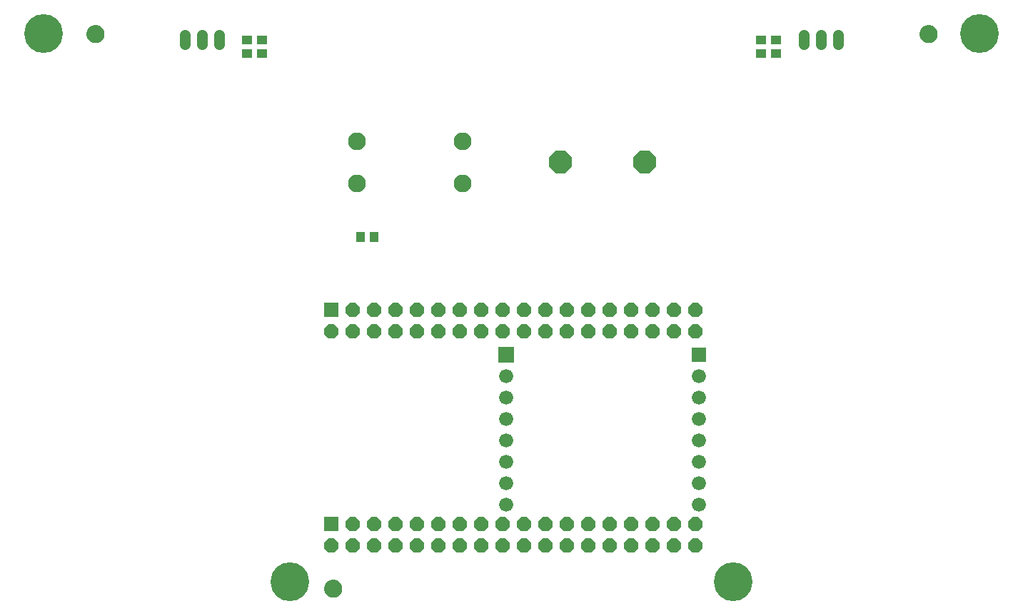
<source format=gbr>
G04 EAGLE Gerber RS-274X export*
G75*
%MOMM*%
%FSLAX34Y34*%
%LPD*%
%INSoldermask Top*%
%IPPOS*%
%AMOC8*
5,1,8,0,0,1.08239X$1,22.5*%
G01*
%ADD10R,1.183641X1.102359*%
%ADD11R,1.102359X1.183641*%
%ADD12C,2.112400*%
%ADD13P,2.914227X8X202.500000*%
%ADD14R,1.676400X1.676400*%
%ADD15P,1.814519X8X22.500000*%
%ADD16R,1.828800X1.828800*%
%ADD17C,1.676400*%
%ADD18C,4.597400*%
%ADD19C,0.609600*%
%ADD20C,1.168400*%
%ADD21C,1.272400*%


D10*
X294640Y662559D03*
X294640Y678561D03*
D11*
X411099Y444500D03*
X427101Y444500D03*
D10*
X276860Y662559D03*
X276860Y678561D03*
X886460Y662559D03*
X886460Y678561D03*
X904240Y662559D03*
X904240Y678561D03*
D12*
X532400Y558400D03*
X532400Y508400D03*
X407400Y508400D03*
X407400Y558400D03*
D13*
X748538Y533400D03*
X648462Y533400D03*
D14*
X376600Y358400D03*
D15*
X376600Y333000D03*
X402000Y358400D03*
X402000Y333000D03*
X427400Y358400D03*
X427400Y333000D03*
X452800Y358400D03*
X452800Y333000D03*
X478200Y358400D03*
X478200Y333000D03*
X503600Y358400D03*
X503600Y333000D03*
X529000Y358400D03*
X529000Y333000D03*
X554400Y358400D03*
X554400Y333000D03*
X579800Y358400D03*
X579800Y333000D03*
X605200Y358400D03*
X605200Y333000D03*
X630600Y358400D03*
X630600Y333000D03*
X656000Y358400D03*
X656000Y333000D03*
X681400Y358400D03*
X681400Y333000D03*
X706800Y358400D03*
X706800Y333000D03*
X732200Y358400D03*
X732200Y333000D03*
X757600Y358400D03*
X757600Y333000D03*
X783000Y358400D03*
X783000Y333000D03*
X808400Y358400D03*
X808400Y333000D03*
D14*
X376600Y104400D03*
D15*
X376600Y79000D03*
X402000Y104400D03*
X402000Y79000D03*
X427400Y104400D03*
X427400Y79000D03*
X452800Y104400D03*
X452800Y79000D03*
X478200Y104400D03*
X478200Y79000D03*
X503600Y104400D03*
X503600Y79000D03*
X529000Y104400D03*
X529000Y79000D03*
X554400Y104400D03*
X554400Y79000D03*
X579800Y104400D03*
X579800Y79000D03*
X605200Y104400D03*
X605200Y79000D03*
X630600Y104400D03*
X630600Y79000D03*
X656000Y104400D03*
X656000Y79000D03*
X681400Y104400D03*
X681400Y79000D03*
X706800Y104400D03*
X706800Y79000D03*
X732200Y104400D03*
X732200Y79000D03*
X757600Y104400D03*
X757600Y79000D03*
X783000Y104400D03*
X783000Y79000D03*
X808400Y104400D03*
X808400Y79000D03*
D16*
X584200Y304800D03*
D17*
X584200Y279400D03*
X584200Y254000D03*
X584200Y228600D03*
X584200Y203200D03*
X584200Y177800D03*
X584200Y152400D03*
X584200Y127000D03*
X812800Y127000D03*
X812800Y152400D03*
X812800Y177800D03*
X812800Y203200D03*
X812800Y228600D03*
X812800Y254000D03*
X812800Y279400D03*
D14*
X812800Y304800D03*
D18*
X327660Y35560D03*
X35560Y685800D03*
X1145540Y685800D03*
X853440Y35560D03*
D19*
X88900Y685800D02*
X88902Y685987D01*
X88909Y686174D01*
X88921Y686361D01*
X88937Y686547D01*
X88957Y686733D01*
X88982Y686918D01*
X89012Y687103D01*
X89046Y687287D01*
X89085Y687470D01*
X89128Y687652D01*
X89176Y687832D01*
X89228Y688012D01*
X89285Y688190D01*
X89345Y688367D01*
X89411Y688542D01*
X89480Y688716D01*
X89554Y688888D01*
X89632Y689058D01*
X89714Y689226D01*
X89800Y689392D01*
X89890Y689556D01*
X89984Y689717D01*
X90082Y689877D01*
X90184Y690033D01*
X90290Y690188D01*
X90400Y690339D01*
X90513Y690488D01*
X90630Y690634D01*
X90750Y690777D01*
X90874Y690917D01*
X91001Y691054D01*
X91132Y691188D01*
X91266Y691319D01*
X91403Y691446D01*
X91543Y691570D01*
X91686Y691690D01*
X91832Y691807D01*
X91981Y691920D01*
X92132Y692030D01*
X92287Y692136D01*
X92443Y692238D01*
X92603Y692336D01*
X92764Y692430D01*
X92928Y692520D01*
X93094Y692606D01*
X93262Y692688D01*
X93432Y692766D01*
X93604Y692840D01*
X93778Y692909D01*
X93953Y692975D01*
X94130Y693035D01*
X94308Y693092D01*
X94488Y693144D01*
X94668Y693192D01*
X94850Y693235D01*
X95033Y693274D01*
X95217Y693308D01*
X95402Y693338D01*
X95587Y693363D01*
X95773Y693383D01*
X95959Y693399D01*
X96146Y693411D01*
X96333Y693418D01*
X96520Y693420D01*
X96707Y693418D01*
X96894Y693411D01*
X97081Y693399D01*
X97267Y693383D01*
X97453Y693363D01*
X97638Y693338D01*
X97823Y693308D01*
X98007Y693274D01*
X98190Y693235D01*
X98372Y693192D01*
X98552Y693144D01*
X98732Y693092D01*
X98910Y693035D01*
X99087Y692975D01*
X99262Y692909D01*
X99436Y692840D01*
X99608Y692766D01*
X99778Y692688D01*
X99946Y692606D01*
X100112Y692520D01*
X100276Y692430D01*
X100437Y692336D01*
X100597Y692238D01*
X100753Y692136D01*
X100908Y692030D01*
X101059Y691920D01*
X101208Y691807D01*
X101354Y691690D01*
X101497Y691570D01*
X101637Y691446D01*
X101774Y691319D01*
X101908Y691188D01*
X102039Y691054D01*
X102166Y690917D01*
X102290Y690777D01*
X102410Y690634D01*
X102527Y690488D01*
X102640Y690339D01*
X102750Y690188D01*
X102856Y690033D01*
X102958Y689877D01*
X103056Y689717D01*
X103150Y689556D01*
X103240Y689392D01*
X103326Y689226D01*
X103408Y689058D01*
X103486Y688888D01*
X103560Y688716D01*
X103629Y688542D01*
X103695Y688367D01*
X103755Y688190D01*
X103812Y688012D01*
X103864Y687832D01*
X103912Y687652D01*
X103955Y687470D01*
X103994Y687287D01*
X104028Y687103D01*
X104058Y686918D01*
X104083Y686733D01*
X104103Y686547D01*
X104119Y686361D01*
X104131Y686174D01*
X104138Y685987D01*
X104140Y685800D01*
X104138Y685613D01*
X104131Y685426D01*
X104119Y685239D01*
X104103Y685053D01*
X104083Y684867D01*
X104058Y684682D01*
X104028Y684497D01*
X103994Y684313D01*
X103955Y684130D01*
X103912Y683948D01*
X103864Y683768D01*
X103812Y683588D01*
X103755Y683410D01*
X103695Y683233D01*
X103629Y683058D01*
X103560Y682884D01*
X103486Y682712D01*
X103408Y682542D01*
X103326Y682374D01*
X103240Y682208D01*
X103150Y682044D01*
X103056Y681883D01*
X102958Y681723D01*
X102856Y681567D01*
X102750Y681412D01*
X102640Y681261D01*
X102527Y681112D01*
X102410Y680966D01*
X102290Y680823D01*
X102166Y680683D01*
X102039Y680546D01*
X101908Y680412D01*
X101774Y680281D01*
X101637Y680154D01*
X101497Y680030D01*
X101354Y679910D01*
X101208Y679793D01*
X101059Y679680D01*
X100908Y679570D01*
X100753Y679464D01*
X100597Y679362D01*
X100437Y679264D01*
X100276Y679170D01*
X100112Y679080D01*
X99946Y678994D01*
X99778Y678912D01*
X99608Y678834D01*
X99436Y678760D01*
X99262Y678691D01*
X99087Y678625D01*
X98910Y678565D01*
X98732Y678508D01*
X98552Y678456D01*
X98372Y678408D01*
X98190Y678365D01*
X98007Y678326D01*
X97823Y678292D01*
X97638Y678262D01*
X97453Y678237D01*
X97267Y678217D01*
X97081Y678201D01*
X96894Y678189D01*
X96707Y678182D01*
X96520Y678180D01*
X96333Y678182D01*
X96146Y678189D01*
X95959Y678201D01*
X95773Y678217D01*
X95587Y678237D01*
X95402Y678262D01*
X95217Y678292D01*
X95033Y678326D01*
X94850Y678365D01*
X94668Y678408D01*
X94488Y678456D01*
X94308Y678508D01*
X94130Y678565D01*
X93953Y678625D01*
X93778Y678691D01*
X93604Y678760D01*
X93432Y678834D01*
X93262Y678912D01*
X93094Y678994D01*
X92928Y679080D01*
X92764Y679170D01*
X92603Y679264D01*
X92443Y679362D01*
X92287Y679464D01*
X92132Y679570D01*
X91981Y679680D01*
X91832Y679793D01*
X91686Y679910D01*
X91543Y680030D01*
X91403Y680154D01*
X91266Y680281D01*
X91132Y680412D01*
X91001Y680546D01*
X90874Y680683D01*
X90750Y680823D01*
X90630Y680966D01*
X90513Y681112D01*
X90400Y681261D01*
X90290Y681412D01*
X90184Y681567D01*
X90082Y681723D01*
X89984Y681883D01*
X89890Y682044D01*
X89800Y682208D01*
X89714Y682374D01*
X89632Y682542D01*
X89554Y682712D01*
X89480Y682884D01*
X89411Y683058D01*
X89345Y683233D01*
X89285Y683410D01*
X89228Y683588D01*
X89176Y683768D01*
X89128Y683948D01*
X89085Y684130D01*
X89046Y684313D01*
X89012Y684497D01*
X88982Y684682D01*
X88957Y684867D01*
X88937Y685053D01*
X88921Y685239D01*
X88909Y685426D01*
X88902Y685613D01*
X88900Y685800D01*
D20*
X96520Y685800D03*
D19*
X1076960Y685800D02*
X1076962Y685987D01*
X1076969Y686174D01*
X1076981Y686361D01*
X1076997Y686547D01*
X1077017Y686733D01*
X1077042Y686918D01*
X1077072Y687103D01*
X1077106Y687287D01*
X1077145Y687470D01*
X1077188Y687652D01*
X1077236Y687832D01*
X1077288Y688012D01*
X1077345Y688190D01*
X1077405Y688367D01*
X1077471Y688542D01*
X1077540Y688716D01*
X1077614Y688888D01*
X1077692Y689058D01*
X1077774Y689226D01*
X1077860Y689392D01*
X1077950Y689556D01*
X1078044Y689717D01*
X1078142Y689877D01*
X1078244Y690033D01*
X1078350Y690188D01*
X1078460Y690339D01*
X1078573Y690488D01*
X1078690Y690634D01*
X1078810Y690777D01*
X1078934Y690917D01*
X1079061Y691054D01*
X1079192Y691188D01*
X1079326Y691319D01*
X1079463Y691446D01*
X1079603Y691570D01*
X1079746Y691690D01*
X1079892Y691807D01*
X1080041Y691920D01*
X1080192Y692030D01*
X1080347Y692136D01*
X1080503Y692238D01*
X1080663Y692336D01*
X1080824Y692430D01*
X1080988Y692520D01*
X1081154Y692606D01*
X1081322Y692688D01*
X1081492Y692766D01*
X1081664Y692840D01*
X1081838Y692909D01*
X1082013Y692975D01*
X1082190Y693035D01*
X1082368Y693092D01*
X1082548Y693144D01*
X1082728Y693192D01*
X1082910Y693235D01*
X1083093Y693274D01*
X1083277Y693308D01*
X1083462Y693338D01*
X1083647Y693363D01*
X1083833Y693383D01*
X1084019Y693399D01*
X1084206Y693411D01*
X1084393Y693418D01*
X1084580Y693420D01*
X1084767Y693418D01*
X1084954Y693411D01*
X1085141Y693399D01*
X1085327Y693383D01*
X1085513Y693363D01*
X1085698Y693338D01*
X1085883Y693308D01*
X1086067Y693274D01*
X1086250Y693235D01*
X1086432Y693192D01*
X1086612Y693144D01*
X1086792Y693092D01*
X1086970Y693035D01*
X1087147Y692975D01*
X1087322Y692909D01*
X1087496Y692840D01*
X1087668Y692766D01*
X1087838Y692688D01*
X1088006Y692606D01*
X1088172Y692520D01*
X1088336Y692430D01*
X1088497Y692336D01*
X1088657Y692238D01*
X1088813Y692136D01*
X1088968Y692030D01*
X1089119Y691920D01*
X1089268Y691807D01*
X1089414Y691690D01*
X1089557Y691570D01*
X1089697Y691446D01*
X1089834Y691319D01*
X1089968Y691188D01*
X1090099Y691054D01*
X1090226Y690917D01*
X1090350Y690777D01*
X1090470Y690634D01*
X1090587Y690488D01*
X1090700Y690339D01*
X1090810Y690188D01*
X1090916Y690033D01*
X1091018Y689877D01*
X1091116Y689717D01*
X1091210Y689556D01*
X1091300Y689392D01*
X1091386Y689226D01*
X1091468Y689058D01*
X1091546Y688888D01*
X1091620Y688716D01*
X1091689Y688542D01*
X1091755Y688367D01*
X1091815Y688190D01*
X1091872Y688012D01*
X1091924Y687832D01*
X1091972Y687652D01*
X1092015Y687470D01*
X1092054Y687287D01*
X1092088Y687103D01*
X1092118Y686918D01*
X1092143Y686733D01*
X1092163Y686547D01*
X1092179Y686361D01*
X1092191Y686174D01*
X1092198Y685987D01*
X1092200Y685800D01*
X1092198Y685613D01*
X1092191Y685426D01*
X1092179Y685239D01*
X1092163Y685053D01*
X1092143Y684867D01*
X1092118Y684682D01*
X1092088Y684497D01*
X1092054Y684313D01*
X1092015Y684130D01*
X1091972Y683948D01*
X1091924Y683768D01*
X1091872Y683588D01*
X1091815Y683410D01*
X1091755Y683233D01*
X1091689Y683058D01*
X1091620Y682884D01*
X1091546Y682712D01*
X1091468Y682542D01*
X1091386Y682374D01*
X1091300Y682208D01*
X1091210Y682044D01*
X1091116Y681883D01*
X1091018Y681723D01*
X1090916Y681567D01*
X1090810Y681412D01*
X1090700Y681261D01*
X1090587Y681112D01*
X1090470Y680966D01*
X1090350Y680823D01*
X1090226Y680683D01*
X1090099Y680546D01*
X1089968Y680412D01*
X1089834Y680281D01*
X1089697Y680154D01*
X1089557Y680030D01*
X1089414Y679910D01*
X1089268Y679793D01*
X1089119Y679680D01*
X1088968Y679570D01*
X1088813Y679464D01*
X1088657Y679362D01*
X1088497Y679264D01*
X1088336Y679170D01*
X1088172Y679080D01*
X1088006Y678994D01*
X1087838Y678912D01*
X1087668Y678834D01*
X1087496Y678760D01*
X1087322Y678691D01*
X1087147Y678625D01*
X1086970Y678565D01*
X1086792Y678508D01*
X1086612Y678456D01*
X1086432Y678408D01*
X1086250Y678365D01*
X1086067Y678326D01*
X1085883Y678292D01*
X1085698Y678262D01*
X1085513Y678237D01*
X1085327Y678217D01*
X1085141Y678201D01*
X1084954Y678189D01*
X1084767Y678182D01*
X1084580Y678180D01*
X1084393Y678182D01*
X1084206Y678189D01*
X1084019Y678201D01*
X1083833Y678217D01*
X1083647Y678237D01*
X1083462Y678262D01*
X1083277Y678292D01*
X1083093Y678326D01*
X1082910Y678365D01*
X1082728Y678408D01*
X1082548Y678456D01*
X1082368Y678508D01*
X1082190Y678565D01*
X1082013Y678625D01*
X1081838Y678691D01*
X1081664Y678760D01*
X1081492Y678834D01*
X1081322Y678912D01*
X1081154Y678994D01*
X1080988Y679080D01*
X1080824Y679170D01*
X1080663Y679264D01*
X1080503Y679362D01*
X1080347Y679464D01*
X1080192Y679570D01*
X1080041Y679680D01*
X1079892Y679793D01*
X1079746Y679910D01*
X1079603Y680030D01*
X1079463Y680154D01*
X1079326Y680281D01*
X1079192Y680412D01*
X1079061Y680546D01*
X1078934Y680683D01*
X1078810Y680823D01*
X1078690Y680966D01*
X1078573Y681112D01*
X1078460Y681261D01*
X1078350Y681412D01*
X1078244Y681567D01*
X1078142Y681723D01*
X1078044Y681883D01*
X1077950Y682044D01*
X1077860Y682208D01*
X1077774Y682374D01*
X1077692Y682542D01*
X1077614Y682712D01*
X1077540Y682884D01*
X1077471Y683058D01*
X1077405Y683233D01*
X1077345Y683410D01*
X1077288Y683588D01*
X1077236Y683768D01*
X1077188Y683948D01*
X1077145Y684130D01*
X1077106Y684313D01*
X1077072Y684497D01*
X1077042Y684682D01*
X1077017Y684867D01*
X1076997Y685053D01*
X1076981Y685239D01*
X1076969Y685426D01*
X1076962Y685613D01*
X1076960Y685800D01*
D20*
X1084580Y685800D03*
D19*
X370840Y27940D02*
X370842Y28127D01*
X370849Y28314D01*
X370861Y28501D01*
X370877Y28687D01*
X370897Y28873D01*
X370922Y29058D01*
X370952Y29243D01*
X370986Y29427D01*
X371025Y29610D01*
X371068Y29792D01*
X371116Y29972D01*
X371168Y30152D01*
X371225Y30330D01*
X371285Y30507D01*
X371351Y30682D01*
X371420Y30856D01*
X371494Y31028D01*
X371572Y31198D01*
X371654Y31366D01*
X371740Y31532D01*
X371830Y31696D01*
X371924Y31857D01*
X372022Y32017D01*
X372124Y32173D01*
X372230Y32328D01*
X372340Y32479D01*
X372453Y32628D01*
X372570Y32774D01*
X372690Y32917D01*
X372814Y33057D01*
X372941Y33194D01*
X373072Y33328D01*
X373206Y33459D01*
X373343Y33586D01*
X373483Y33710D01*
X373626Y33830D01*
X373772Y33947D01*
X373921Y34060D01*
X374072Y34170D01*
X374227Y34276D01*
X374383Y34378D01*
X374543Y34476D01*
X374704Y34570D01*
X374868Y34660D01*
X375034Y34746D01*
X375202Y34828D01*
X375372Y34906D01*
X375544Y34980D01*
X375718Y35049D01*
X375893Y35115D01*
X376070Y35175D01*
X376248Y35232D01*
X376428Y35284D01*
X376608Y35332D01*
X376790Y35375D01*
X376973Y35414D01*
X377157Y35448D01*
X377342Y35478D01*
X377527Y35503D01*
X377713Y35523D01*
X377899Y35539D01*
X378086Y35551D01*
X378273Y35558D01*
X378460Y35560D01*
X378647Y35558D01*
X378834Y35551D01*
X379021Y35539D01*
X379207Y35523D01*
X379393Y35503D01*
X379578Y35478D01*
X379763Y35448D01*
X379947Y35414D01*
X380130Y35375D01*
X380312Y35332D01*
X380492Y35284D01*
X380672Y35232D01*
X380850Y35175D01*
X381027Y35115D01*
X381202Y35049D01*
X381376Y34980D01*
X381548Y34906D01*
X381718Y34828D01*
X381886Y34746D01*
X382052Y34660D01*
X382216Y34570D01*
X382377Y34476D01*
X382537Y34378D01*
X382693Y34276D01*
X382848Y34170D01*
X382999Y34060D01*
X383148Y33947D01*
X383294Y33830D01*
X383437Y33710D01*
X383577Y33586D01*
X383714Y33459D01*
X383848Y33328D01*
X383979Y33194D01*
X384106Y33057D01*
X384230Y32917D01*
X384350Y32774D01*
X384467Y32628D01*
X384580Y32479D01*
X384690Y32328D01*
X384796Y32173D01*
X384898Y32017D01*
X384996Y31857D01*
X385090Y31696D01*
X385180Y31532D01*
X385266Y31366D01*
X385348Y31198D01*
X385426Y31028D01*
X385500Y30856D01*
X385569Y30682D01*
X385635Y30507D01*
X385695Y30330D01*
X385752Y30152D01*
X385804Y29972D01*
X385852Y29792D01*
X385895Y29610D01*
X385934Y29427D01*
X385968Y29243D01*
X385998Y29058D01*
X386023Y28873D01*
X386043Y28687D01*
X386059Y28501D01*
X386071Y28314D01*
X386078Y28127D01*
X386080Y27940D01*
X386078Y27753D01*
X386071Y27566D01*
X386059Y27379D01*
X386043Y27193D01*
X386023Y27007D01*
X385998Y26822D01*
X385968Y26637D01*
X385934Y26453D01*
X385895Y26270D01*
X385852Y26088D01*
X385804Y25908D01*
X385752Y25728D01*
X385695Y25550D01*
X385635Y25373D01*
X385569Y25198D01*
X385500Y25024D01*
X385426Y24852D01*
X385348Y24682D01*
X385266Y24514D01*
X385180Y24348D01*
X385090Y24184D01*
X384996Y24023D01*
X384898Y23863D01*
X384796Y23707D01*
X384690Y23552D01*
X384580Y23401D01*
X384467Y23252D01*
X384350Y23106D01*
X384230Y22963D01*
X384106Y22823D01*
X383979Y22686D01*
X383848Y22552D01*
X383714Y22421D01*
X383577Y22294D01*
X383437Y22170D01*
X383294Y22050D01*
X383148Y21933D01*
X382999Y21820D01*
X382848Y21710D01*
X382693Y21604D01*
X382537Y21502D01*
X382377Y21404D01*
X382216Y21310D01*
X382052Y21220D01*
X381886Y21134D01*
X381718Y21052D01*
X381548Y20974D01*
X381376Y20900D01*
X381202Y20831D01*
X381027Y20765D01*
X380850Y20705D01*
X380672Y20648D01*
X380492Y20596D01*
X380312Y20548D01*
X380130Y20505D01*
X379947Y20466D01*
X379763Y20432D01*
X379578Y20402D01*
X379393Y20377D01*
X379207Y20357D01*
X379021Y20341D01*
X378834Y20329D01*
X378647Y20322D01*
X378460Y20320D01*
X378273Y20322D01*
X378086Y20329D01*
X377899Y20341D01*
X377713Y20357D01*
X377527Y20377D01*
X377342Y20402D01*
X377157Y20432D01*
X376973Y20466D01*
X376790Y20505D01*
X376608Y20548D01*
X376428Y20596D01*
X376248Y20648D01*
X376070Y20705D01*
X375893Y20765D01*
X375718Y20831D01*
X375544Y20900D01*
X375372Y20974D01*
X375202Y21052D01*
X375034Y21134D01*
X374868Y21220D01*
X374704Y21310D01*
X374543Y21404D01*
X374383Y21502D01*
X374227Y21604D01*
X374072Y21710D01*
X373921Y21820D01*
X373772Y21933D01*
X373626Y22050D01*
X373483Y22170D01*
X373343Y22294D01*
X373206Y22421D01*
X373072Y22552D01*
X372941Y22686D01*
X372814Y22823D01*
X372690Y22963D01*
X372570Y23106D01*
X372453Y23252D01*
X372340Y23401D01*
X372230Y23552D01*
X372124Y23707D01*
X372022Y23863D01*
X371924Y24023D01*
X371830Y24184D01*
X371740Y24348D01*
X371654Y24514D01*
X371572Y24682D01*
X371494Y24852D01*
X371420Y25024D01*
X371351Y25198D01*
X371285Y25373D01*
X371225Y25550D01*
X371168Y25728D01*
X371116Y25908D01*
X371068Y26088D01*
X371025Y26270D01*
X370986Y26453D01*
X370952Y26637D01*
X370922Y26822D01*
X370897Y27007D01*
X370877Y27193D01*
X370861Y27379D01*
X370849Y27566D01*
X370842Y27753D01*
X370840Y27940D01*
D20*
X378460Y27940D03*
D21*
X243245Y673055D02*
X243245Y684255D01*
X223245Y684255D02*
X223245Y673055D01*
X203245Y673055D02*
X203245Y684255D01*
X977305Y684255D02*
X977305Y673055D01*
X957305Y673055D02*
X957305Y684255D01*
X937305Y684255D02*
X937305Y673055D01*
M02*

</source>
